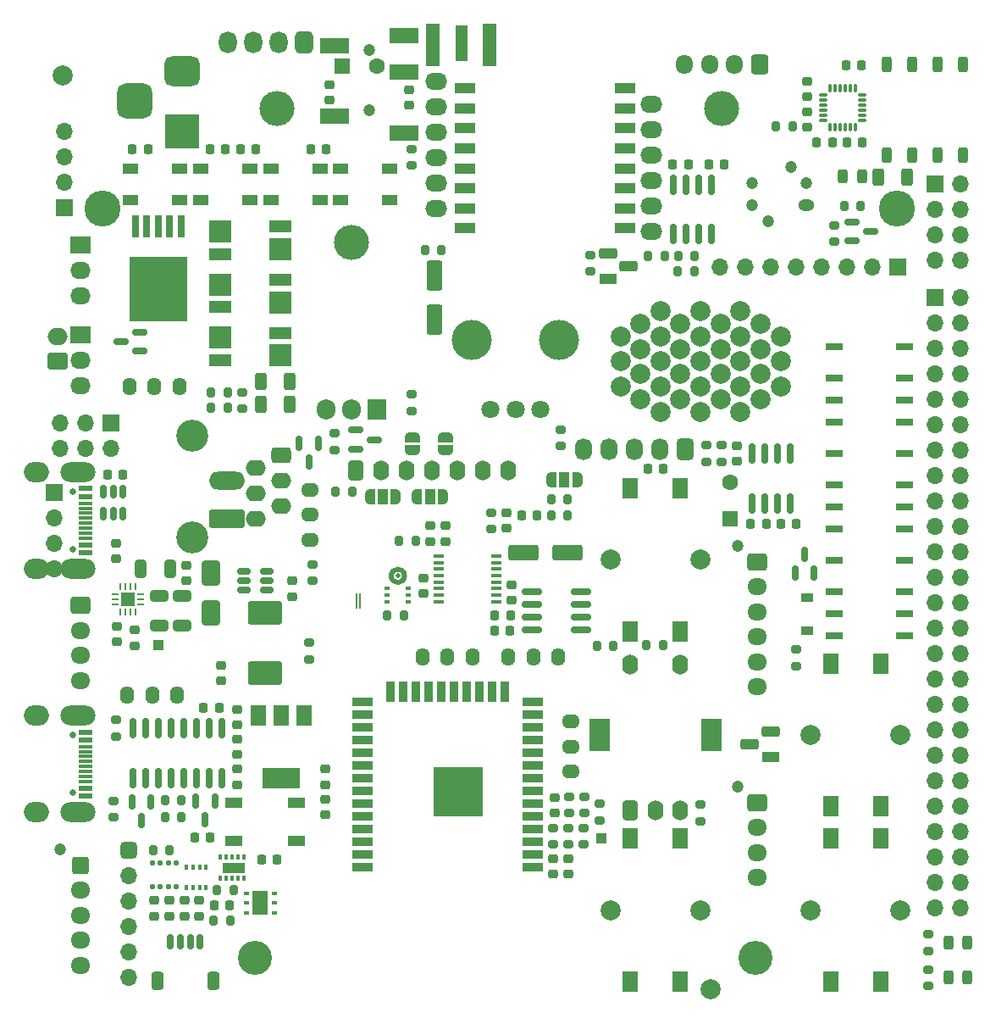
<source format=gbr>
%TF.GenerationSoftware,KiCad,Pcbnew,(6.0.1)*%
%TF.CreationDate,2022-03-13T10:13:47+01:00*%
%TF.ProjectId,pcbV10,70636256-3130-42e6-9b69-6361645f7063,rev?*%
%TF.SameCoordinates,Original*%
%TF.FileFunction,Soldermask,Top*%
%TF.FilePolarity,Negative*%
%FSLAX46Y46*%
G04 Gerber Fmt 4.6, Leading zero omitted, Abs format (unit mm)*
G04 Created by KiCad (PCBNEW (6.0.1)) date 2022-03-13 10:13:47*
%MOMM*%
%LPD*%
G01*
G04 APERTURE LIST*
G04 Aperture macros list*
%AMRoundRect*
0 Rectangle with rounded corners*
0 $1 Rounding radius*
0 $2 $3 $4 $5 $6 $7 $8 $9 X,Y pos of 4 corners*
0 Add a 4 corners polygon primitive as box body*
4,1,4,$2,$3,$4,$5,$6,$7,$8,$9,$2,$3,0*
0 Add four circle primitives for the rounded corners*
1,1,$1+$1,$2,$3*
1,1,$1+$1,$4,$5*
1,1,$1+$1,$6,$7*
1,1,$1+$1,$8,$9*
0 Add four rect primitives between the rounded corners*
20,1,$1+$1,$2,$3,$4,$5,0*
20,1,$1+$1,$4,$5,$6,$7,0*
20,1,$1+$1,$6,$7,$8,$9,0*
20,1,$1+$1,$8,$9,$2,$3,0*%
%AMFreePoly0*
4,1,22,0.550000,-0.750000,0.000000,-0.750000,0.000000,-0.745033,-0.079941,-0.743568,-0.215256,-0.701293,-0.333266,-0.622738,-0.424486,-0.514219,-0.481581,-0.384460,-0.499164,-0.250000,-0.500000,-0.250000,-0.500000,0.250000,-0.499164,0.250000,-0.499963,0.256109,-0.478152,0.396186,-0.417904,0.524511,-0.324060,0.630769,-0.204165,0.706417,-0.067858,0.745374,0.000000,0.744959,0.000000,0.750000,
0.550000,0.750000,0.550000,-0.750000,0.550000,-0.750000,$1*%
%AMFreePoly1*
4,1,20,0.000000,0.744959,0.073905,0.744508,0.209726,0.703889,0.328688,0.626782,0.421226,0.519385,0.479903,0.390333,0.500000,0.250000,0.500000,-0.250000,0.499851,-0.262216,0.476331,-0.402017,0.414519,-0.529596,0.319384,-0.634700,0.198574,-0.708877,0.061801,-0.746166,0.000000,-0.745033,0.000000,-0.750000,-0.550000,-0.750000,-0.550000,0.750000,0.000000,0.750000,0.000000,0.744959,
0.000000,0.744959,$1*%
%AMFreePoly2*
4,1,22,0.500000,-0.750000,0.000000,-0.750000,0.000000,-0.745033,-0.079941,-0.743568,-0.215256,-0.701293,-0.333266,-0.622738,-0.424486,-0.514219,-0.481581,-0.384460,-0.499164,-0.250000,-0.500000,-0.250000,-0.500000,0.250000,-0.499164,0.250000,-0.499963,0.256109,-0.478152,0.396186,-0.417904,0.524511,-0.324060,0.630769,-0.204165,0.706417,-0.067858,0.745374,0.000000,0.744959,0.000000,0.750000,
0.500000,0.750000,0.500000,-0.750000,0.500000,-0.750000,$1*%
%AMFreePoly3*
4,1,20,0.000000,0.744959,0.073905,0.744508,0.209726,0.703889,0.328688,0.626782,0.421226,0.519385,0.479903,0.390333,0.500000,0.250000,0.500000,-0.250000,0.499851,-0.262216,0.476331,-0.402017,0.414519,-0.529596,0.319384,-0.634700,0.198574,-0.708877,0.061801,-0.746166,0.000000,-0.745033,0.000000,-0.750000,-0.500000,-0.750000,-0.500000,0.750000,0.000000,0.750000,0.000000,0.744959,
0.000000,0.744959,$1*%
G04 Aperture macros list end*
%ADD10C,0.500000*%
%ADD11RoundRect,0.225000X0.250000X-0.225000X0.250000X0.225000X-0.250000X0.225000X-0.250000X-0.225000X0*%
%ADD12RoundRect,0.225000X-0.250000X0.225000X-0.250000X-0.225000X0.250000X-0.225000X0.250000X0.225000X0*%
%ADD13RoundRect,0.225000X-0.225000X-0.250000X0.225000X-0.250000X0.225000X0.250000X-0.225000X0.250000X0*%
%ADD14RoundRect,0.225000X0.225000X0.250000X-0.225000X0.250000X-0.225000X-0.250000X0.225000X-0.250000X0*%
%ADD15R,1.600000X1.600000*%
%ADD16C,1.600000*%
%ADD17R,1.500000X1.000000*%
%ADD18R,1.200000X0.900000*%
%ADD19RoundRect,0.243750X0.243750X0.456250X-0.243750X0.456250X-0.243750X-0.456250X0.243750X-0.456250X0*%
%ADD20O,2.200000X1.700000*%
%ADD21C,1.200000*%
%ADD22RoundRect,0.250000X-0.600000X0.600000X-0.600000X-0.600000X0.600000X-0.600000X0.600000X0.600000X0*%
%ADD23O,1.950000X1.700000*%
%ADD24C,0.650000*%
%ADD25R,1.450000X0.600000*%
%ADD26R,1.450000X0.300000*%
%ADD27O,2.500000X2.000000*%
%ADD28O,3.500000X2.000000*%
%ADD29R,1.700000X1.700000*%
%ADD30O,1.700000X1.700000*%
%ADD31R,2.030000X1.730000*%
%ADD32O,2.030000X1.730000*%
%ADD33R,1.270000X3.600000*%
%ADD34R,1.350000X4.200000*%
%ADD35FreePoly0,180.000000*%
%ADD36R,1.000000X1.500000*%
%ADD37FreePoly1,180.000000*%
%ADD38FreePoly2,90.000000*%
%ADD39FreePoly3,90.000000*%
%ADD40R,1.800000X0.800000*%
%ADD41RoundRect,0.150000X-0.150000X0.587500X-0.150000X-0.587500X0.150000X-0.587500X0.150000X0.587500X0*%
%ADD42RoundRect,0.150000X0.150000X-0.587500X0.150000X0.587500X-0.150000X0.587500X-0.150000X-0.587500X0*%
%ADD43RoundRect,0.150000X-0.587500X-0.150000X0.587500X-0.150000X0.587500X0.150000X-0.587500X0.150000X0*%
%ADD44RoundRect,0.150000X0.587500X0.150000X-0.587500X0.150000X-0.587500X-0.150000X0.587500X-0.150000X0*%
%ADD45RoundRect,0.200000X-0.275000X0.200000X-0.275000X-0.200000X0.275000X-0.200000X0.275000X0.200000X0*%
%ADD46RoundRect,0.200000X0.275000X-0.200000X0.275000X0.200000X-0.275000X0.200000X-0.275000X-0.200000X0*%
%ADD47RoundRect,0.200000X0.200000X0.275000X-0.200000X0.275000X-0.200000X-0.275000X0.200000X-0.275000X0*%
%ADD48RoundRect,0.200000X-0.200000X-0.275000X0.200000X-0.275000X0.200000X0.275000X-0.200000X0.275000X0*%
%ADD49RoundRect,0.250000X-0.312500X-0.625000X0.312500X-0.625000X0.312500X0.625000X-0.312500X0.625000X0*%
%ADD50C,4.000000*%
%ADD51C,1.800000*%
%ADD52C,2.000000*%
%ADD53R,1.500000X2.000000*%
%ADD54R,3.800000X2.000000*%
%ADD55R,2.000000X0.900000*%
%ADD56R,0.900000X2.000000*%
%ADD57R,5.000000X5.000000*%
%ADD58R,2.000000X1.000000*%
%ADD59C,3.200000*%
%ADD60RoundRect,0.400000X0.600000X-0.400000X0.600000X0.400000X-0.600000X0.400000X-0.600000X-0.400000X0*%
%ADD61O,2.000000X1.600000*%
%ADD62RoundRect,0.150000X-0.150000X0.825000X-0.150000X-0.825000X0.150000X-0.825000X0.150000X0.825000X0*%
%ADD63RoundRect,0.250000X0.550000X-0.550000X0.550000X0.550000X-0.550000X0.550000X-0.550000X-0.550000X0*%
%ADD64RoundRect,0.250000X-0.725000X0.600000X-0.725000X-0.600000X0.725000X-0.600000X0.725000X0.600000X0*%
%ADD65C,3.400000*%
%ADD66RoundRect,0.450000X-0.450000X0.650000X-0.450000X-0.650000X0.450000X-0.650000X0.450000X0.650000X0*%
%ADD67O,1.800000X2.200000*%
%ADD68RoundRect,0.400000X0.400000X-0.600000X0.400000X0.600000X-0.400000X0.600000X-0.400000X-0.600000X0*%
%ADD69O,1.600000X2.000000*%
%ADD70R,2.000000X3.200000*%
%ADD71RoundRect,0.150000X0.825000X0.150000X-0.825000X0.150000X-0.825000X-0.150000X0.825000X-0.150000X0*%
%ADD72RoundRect,0.400000X-0.400000X-0.600000X0.400000X-0.600000X0.400000X0.600000X-0.400000X0.600000X0*%
%ADD73O,1.800000X1.400000*%
%ADD74RoundRect,0.250000X0.312500X0.625000X-0.312500X0.625000X-0.312500X-0.625000X0.312500X-0.625000X0*%
%ADD75R,2.200000X2.200000*%
%ADD76R,2.200000X1.250000*%
%ADD77O,1.400000X1.800000*%
%ADD78RoundRect,0.250000X-0.650000X0.325000X-0.650000X-0.325000X0.650000X-0.325000X0.650000X0.325000X0*%
%ADD79RoundRect,0.250000X0.650000X-0.325000X0.650000X0.325000X-0.650000X0.325000X-0.650000X-0.325000X0*%
%ADD80RoundRect,0.235000X1.465000X-0.940000X1.465000X0.940000X-1.465000X0.940000X-1.465000X-0.940000X0*%
%ADD81R,3.500000X3.500000*%
%ADD82RoundRect,0.750000X-1.000000X0.750000X-1.000000X-0.750000X1.000000X-0.750000X1.000000X0.750000X0*%
%ADD83RoundRect,0.875000X-0.875000X0.875000X-0.875000X-0.875000X0.875000X-0.875000X0.875000X0.875000X0*%
%ADD84R,0.800000X2.200000*%
%ADD85R,5.800000X6.400000*%
%ADD86R,1.700000X1.000000*%
%ADD87RoundRect,0.425000X-0.425000X-0.425000X0.425000X-0.425000X0.425000X0.425000X-0.425000X0.425000X0*%
%ADD88R,1.800000X1.100000*%
%ADD89RoundRect,0.275000X0.625000X-0.275000X0.625000X0.275000X-0.625000X0.275000X-0.625000X-0.275000X0*%
%ADD90RoundRect,0.125000X-0.125000X-0.137500X0.125000X-0.137500X0.125000X0.137500X-0.125000X0.137500X0*%
%ADD91R,0.350000X0.500000*%
%ADD92R,0.400000X0.600000*%
%ADD93R,2.200000X1.100000*%
%ADD94RoundRect,0.425000X-0.425000X0.675000X-0.425000X-0.675000X0.425000X-0.675000X0.425000X0.675000X0*%
%ADD95O,1.700000X2.200000*%
%ADD96O,1.600000X1.200000*%
%ADD97RoundRect,0.150000X-0.150000X-0.625000X0.150000X-0.625000X0.150000X0.625000X-0.150000X0.625000X0*%
%ADD98RoundRect,0.250000X-0.350000X-0.650000X0.350000X-0.650000X0.350000X0.650000X-0.350000X0.650000X0*%
%ADD99RoundRect,0.250000X-0.250000X0.550000X-0.250000X-0.550000X0.250000X-0.550000X0.250000X0.550000X0*%
%ADD100R,3.000000X1.500000*%
%ADD101R,1.000000X1.000000*%
%ADD102RoundRect,0.250000X-1.250000X-0.550000X1.250000X-0.550000X1.250000X0.550000X-1.250000X0.550000X0*%
%ADD103RoundRect,0.062500X0.062500X0.687500X-0.062500X0.687500X-0.062500X-0.687500X0.062500X-0.687500X0*%
%ADD104RoundRect,0.250000X0.600000X0.725000X-0.600000X0.725000X-0.600000X-0.725000X0.600000X-0.725000X0*%
%ADD105O,1.700000X1.950000*%
%ADD106RoundRect,0.150000X0.512500X0.150000X-0.512500X0.150000X-0.512500X-0.150000X0.512500X-0.150000X0*%
%ADD107RoundRect,0.075000X-0.075000X0.350000X-0.075000X-0.350000X0.075000X-0.350000X0.075000X0.350000X0*%
%ADD108RoundRect,0.075000X-0.350000X-0.075000X0.350000X-0.075000X0.350000X0.075000X-0.350000X0.075000X0*%
%ADD109RoundRect,0.270000X0.630000X-0.980000X0.630000X0.980000X-0.630000X0.980000X-0.630000X-0.980000X0*%
%ADD110RoundRect,0.250000X0.550000X-1.250000X0.550000X1.250000X-0.550000X1.250000X-0.550000X-1.250000X0*%
%ADD111RoundRect,0.150000X0.150000X-0.825000X0.150000X0.825000X-0.150000X0.825000X-0.150000X-0.825000X0*%
%ADD112RoundRect,0.062500X-0.275000X-0.062500X0.275000X-0.062500X0.275000X0.062500X-0.275000X0.062500X0*%
%ADD113RoundRect,0.062500X-0.062500X-0.275000X0.062500X-0.275000X0.062500X0.275000X-0.062500X0.275000X0*%
%ADD114R,1.450000X1.450000*%
%ADD115O,3.500000X3.500000*%
%ADD116R,1.905000X2.000000*%
%ADD117O,1.905000X2.000000*%
%ADD118RoundRect,0.250000X1.550000X-0.650000X1.550000X0.650000X-1.550000X0.650000X-1.550000X-0.650000X0*%
%ADD119O,3.600000X1.800000*%
%ADD120RoundRect,0.150000X-0.150000X0.512500X-0.150000X-0.512500X0.150000X-0.512500X0.150000X0.512500X0*%
%ADD121C,0.500000*%
%ADD122R,0.600000X0.400000*%
%ADD123R,1.500000X2.400000*%
%ADD124R,1.000000X0.400000*%
%ADD125RoundRect,0.250000X0.325000X0.650000X-0.325000X0.650000X-0.325000X-0.650000X0.325000X-0.650000X0*%
%ADD126C,3.600000*%
%ADD127RoundRect,0.250000X0.750000X-0.600000X0.750000X0.600000X-0.750000X0.600000X-0.750000X-0.600000X0*%
%ADD128O,2.000000X1.700000*%
G04 APERTURE END LIST*
D10*
%TO.C,U3*%
X89420000Y-105100000D02*
G75*
G03*
X89420000Y-105100000I-670000J0D01*
G01*
%TD*%
D11*
%TO.C,C1*%
X72700000Y-119975000D03*
X72700000Y-118425000D03*
%TD*%
D12*
%TO.C,C3*%
X72700000Y-121425000D03*
X72700000Y-122975000D03*
%TD*%
D11*
%TO.C,C4*%
X104300000Y-134875000D03*
X104300000Y-133325000D03*
%TD*%
D13*
%TO.C,C5*%
X68425000Y-131200000D03*
X69975000Y-131200000D03*
%TD*%
D12*
%TO.C,C8*%
X81500000Y-124425000D03*
X81500000Y-125975000D03*
%TD*%
%TO.C,C9*%
X81500000Y-127425000D03*
X81500000Y-128975000D03*
%TD*%
D13*
%TO.C,C10*%
X69325000Y-118300000D03*
X70875000Y-118300000D03*
%TD*%
%TO.C,C14*%
X73012000Y-62484000D03*
X74562000Y-62484000D03*
%TD*%
D14*
%TO.C,C16*%
X71514000Y-62484000D03*
X69964000Y-62484000D03*
%TD*%
%TO.C,C18*%
X63767000Y-62484000D03*
X62217000Y-62484000D03*
%TD*%
D15*
%TO.C,C27*%
X83194849Y-54200000D03*
D16*
X86694849Y-54200000D03*
%TD*%
D17*
%TO.C,D1*%
X83050000Y-64400000D03*
X83050000Y-67600000D03*
X87950000Y-67600000D03*
X87950000Y-64400000D03*
%TD*%
%TO.C,D2*%
X76050000Y-64400000D03*
X76050000Y-67600000D03*
X80950000Y-67600000D03*
X80950000Y-64400000D03*
%TD*%
D18*
%TO.C,D5*%
X129700000Y-110550000D03*
X129700000Y-107250000D03*
%TD*%
D19*
%TO.C,D6*%
X135137500Y-65200000D03*
X133262500Y-65200000D03*
%TD*%
%TO.C,D7*%
X145687500Y-145250000D03*
X143812500Y-145250000D03*
%TD*%
%TO.C,D8*%
X145687500Y-141750000D03*
X143812500Y-141750000D03*
%TD*%
D20*
%TO.C,GSM_Module1*%
X92583000Y-55700000D03*
X92583000Y-58240000D03*
X92583000Y-60780000D03*
X92583000Y-63320000D03*
X92583000Y-65860000D03*
X92583000Y-68400000D03*
X114083000Y-58000000D03*
X114083000Y-60540000D03*
X114083000Y-63080000D03*
X114083000Y-65620000D03*
X114083000Y-68160000D03*
X114083000Y-70700000D03*
%TD*%
D21*
%TO.C,J3*%
X55000000Y-132400000D03*
D22*
X57000000Y-134000000D03*
D23*
X57000000Y-136500000D03*
X57000000Y-139000000D03*
X57000000Y-141500000D03*
X57000000Y-144000000D03*
%TD*%
D24*
%TO.C,J8*%
X56300000Y-102490000D03*
X56300000Y-96710000D03*
D25*
X57550000Y-96400000D03*
X57500000Y-97200000D03*
D26*
X57500000Y-98350000D03*
X57500000Y-99350000D03*
X57500000Y-99850000D03*
X57500000Y-100850000D03*
D25*
X57500000Y-102000000D03*
X57550000Y-102800000D03*
X57550000Y-102800000D03*
X57500000Y-102000000D03*
D26*
X57500000Y-101350000D03*
X57500000Y-100350000D03*
X57500000Y-98850000D03*
X57500000Y-97850000D03*
D25*
X57500000Y-97200000D03*
X57550000Y-96400000D03*
D27*
X52600000Y-104420000D03*
X52600000Y-94780000D03*
D28*
X56780000Y-94780000D03*
X56780000Y-104420000D03*
%TD*%
D29*
%TO.C,J9*%
X55372000Y-68326000D03*
D30*
X55372000Y-65786000D03*
X55372000Y-63246000D03*
X55372000Y-60706000D03*
%TD*%
D31*
%TO.C,J11*%
X57000000Y-81060000D03*
D32*
X57000000Y-83600000D03*
X57000000Y-86140000D03*
%TD*%
D29*
%TO.C,J12*%
X142460000Y-77290000D03*
D30*
X145000000Y-77290000D03*
X142460000Y-79830000D03*
X145000000Y-79830000D03*
X142460000Y-82370000D03*
X145000000Y-82370000D03*
X142460000Y-84910000D03*
X145000000Y-84910000D03*
X142460000Y-87450000D03*
X145000000Y-87450000D03*
X142460000Y-89990000D03*
X145000000Y-89990000D03*
X142460000Y-92530000D03*
X145000000Y-92530000D03*
X142460000Y-95070000D03*
X145000000Y-95070000D03*
X142460000Y-97610000D03*
X145000000Y-97610000D03*
X142460000Y-100150000D03*
X145000000Y-100150000D03*
X142460000Y-102690000D03*
X145000000Y-102690000D03*
X142460000Y-105230000D03*
X145000000Y-105230000D03*
X142460000Y-107770000D03*
X145000000Y-107770000D03*
X142460000Y-110310000D03*
X145000000Y-110310000D03*
X142460000Y-112850000D03*
X145000000Y-112850000D03*
X142460000Y-115390000D03*
X145000000Y-115390000D03*
X142460000Y-117930000D03*
X145000000Y-117930000D03*
X142460000Y-120470000D03*
X145000000Y-120470000D03*
X142460000Y-123010000D03*
X145000000Y-123010000D03*
X142460000Y-125550000D03*
X145000000Y-125550000D03*
X142460000Y-128090000D03*
X145000000Y-128090000D03*
X142460000Y-130630000D03*
X145000000Y-130630000D03*
X142460000Y-133170000D03*
X145000000Y-133170000D03*
X142460000Y-135710000D03*
X145000000Y-135710000D03*
X142460000Y-138250000D03*
X145000000Y-138250000D03*
%TD*%
D33*
%TO.C,J14*%
X95100000Y-51900000D03*
D34*
X92275000Y-52100000D03*
X97925000Y-52100000D03*
%TD*%
D35*
%TO.C,JP3*%
X88549000Y-97200000D03*
D36*
X87249000Y-97200000D03*
D37*
X85949000Y-97200000D03*
%TD*%
D35*
%TO.C,JP4*%
X93248000Y-97200000D03*
D36*
X91948000Y-97200000D03*
D37*
X90648000Y-97200000D03*
%TD*%
D38*
%TO.C,JP6*%
X93500000Y-92550000D03*
D39*
X93500000Y-91250000D03*
%TD*%
D38*
%TO.C,JP7*%
X90200000Y-92550000D03*
D39*
X90200000Y-91250000D03*
%TD*%
D40*
%TO.C,K1*%
X132390000Y-82179000D03*
X132390000Y-85379000D03*
X132390000Y-87579000D03*
X132390000Y-89779000D03*
X139390000Y-89779000D03*
X139390000Y-87579000D03*
X139390000Y-85379000D03*
X139390000Y-82179000D03*
%TD*%
%TO.C,K2*%
X132390000Y-92847000D03*
X132390000Y-96047000D03*
X132390000Y-98247000D03*
X132390000Y-100447000D03*
X139390000Y-100447000D03*
X139390000Y-98247000D03*
X139390000Y-96047000D03*
X139390000Y-92847000D03*
%TD*%
%TO.C,K3*%
X132390000Y-103515000D03*
X132390000Y-106715000D03*
X132390000Y-108915000D03*
X132390000Y-111115000D03*
X139390000Y-111115000D03*
X139390000Y-108915000D03*
X139390000Y-106715000D03*
X139390000Y-103515000D03*
%TD*%
D41*
%TO.C,Q2*%
X64050000Y-127662500D03*
X62150000Y-127662500D03*
X63100000Y-129537500D03*
%TD*%
D42*
%TO.C,Q4*%
X128450000Y-104800000D03*
X130350000Y-104800000D03*
X129400000Y-102925000D03*
%TD*%
D43*
%TO.C,Q5*%
X134162500Y-69750000D03*
X134162500Y-71650000D03*
X136037500Y-70700000D03*
%TD*%
D44*
%TO.C,Q9*%
X62987500Y-82650000D03*
X62987500Y-80750000D03*
X61112500Y-81700000D03*
%TD*%
D45*
%TO.C,R1*%
X104300000Y-130275000D03*
X104300000Y-131925000D03*
%TD*%
%TO.C,R2*%
X60600000Y-119475000D03*
X60600000Y-121125000D03*
%TD*%
D46*
%TO.C,R3*%
X60325000Y-129225000D03*
X60325000Y-127575000D03*
%TD*%
%TO.C,R4*%
X108000000Y-74725000D03*
X108000000Y-73075000D03*
%TD*%
D47*
%TO.C,R6*%
X67125000Y-129200000D03*
X65475000Y-129200000D03*
%TD*%
D48*
%TO.C,R7*%
X65475000Y-127500000D03*
X67125000Y-127500000D03*
%TD*%
D47*
%TO.C,R15*%
X135025000Y-68200000D03*
X133375000Y-68200000D03*
%TD*%
D46*
%TO.C,R16*%
X132400000Y-71725000D03*
X132400000Y-70075000D03*
%TD*%
D45*
%TO.C,R17*%
X107300000Y-130275000D03*
X107300000Y-131925000D03*
%TD*%
D49*
%TO.C,R19*%
X136737500Y-65300000D03*
X139662500Y-65300000D03*
%TD*%
D46*
%TO.C,R20*%
X105800000Y-131925000D03*
X105800000Y-130275000D03*
%TD*%
D45*
%TO.C,R21*%
X105900000Y-127175000D03*
X105900000Y-128825000D03*
%TD*%
D48*
%TO.C,R22*%
X113602000Y-112014000D03*
X115252000Y-112014000D03*
%TD*%
%TO.C,R23*%
X108649000Y-112100000D03*
X110299000Y-112100000D03*
%TD*%
D46*
%TO.C,R24*%
X141750000Y-146075000D03*
X141750000Y-144425000D03*
%TD*%
%TO.C,R25*%
X141750000Y-142575000D03*
X141750000Y-140925000D03*
%TD*%
D50*
%TO.C,RV1*%
X96100000Y-81500000D03*
X104900000Y-81500000D03*
D51*
X103000000Y-88500000D03*
X100500000Y-88500000D03*
X98000000Y-88500000D03*
%TD*%
D52*
%TO.C,SW1*%
X139000000Y-121000000D03*
X130000000Y-121000000D03*
D53*
X132000000Y-128150000D03*
X132000000Y-113850000D03*
X137000000Y-128150000D03*
X137000000Y-113850000D03*
%TD*%
D52*
%TO.C,SW5*%
X139000000Y-138500000D03*
X130000000Y-138500000D03*
D53*
X132000000Y-131350000D03*
X132000000Y-145650000D03*
X137000000Y-145650000D03*
X137000000Y-131350000D03*
%TD*%
%TO.C,U1*%
X79400000Y-119050000D03*
D54*
X77100000Y-125350000D03*
D53*
X77100000Y-119050000D03*
X74800000Y-119050000D03*
%TD*%
D55*
%TO.C,U2*%
X102250000Y-134195200D03*
X102250000Y-132925200D03*
X102250000Y-131655200D03*
X102250000Y-130385200D03*
X102250000Y-129115200D03*
X102250000Y-127845200D03*
X102250000Y-126575200D03*
X102250000Y-125305200D03*
X102250000Y-124035200D03*
X102250000Y-122765200D03*
X102250000Y-121495200D03*
X102250000Y-120225200D03*
X102250000Y-118955200D03*
X102250000Y-117685200D03*
D56*
X99465000Y-116685200D03*
X98195000Y-116685200D03*
X96925000Y-116685200D03*
X95655000Y-116685200D03*
X94385000Y-116685200D03*
X93115000Y-116685200D03*
X91845000Y-116685200D03*
X90575000Y-116685200D03*
X89305000Y-116685200D03*
X88035000Y-116685200D03*
D55*
X85250000Y-117685200D03*
X85250000Y-118955200D03*
X85250000Y-120225200D03*
X85250000Y-121495200D03*
X85250000Y-122765200D03*
X85250000Y-124035200D03*
X85250000Y-125305200D03*
X85250000Y-126575200D03*
X85250000Y-127845200D03*
X85250000Y-129115200D03*
X85250000Y-130385200D03*
X85250000Y-131655200D03*
X85250000Y-132925200D03*
X85250000Y-134195200D03*
D57*
X94750000Y-126695200D03*
%TD*%
D58*
%TO.C,U17*%
X111500000Y-70400000D03*
X111500000Y-68400000D03*
X111500000Y-66400000D03*
X111500000Y-64400000D03*
X111500000Y-62400000D03*
X111500000Y-60400000D03*
X111500000Y-58400000D03*
X111500000Y-56400000D03*
X95500000Y-56400000D03*
X95500000Y-58400000D03*
X95500000Y-60400000D03*
X95500000Y-62400000D03*
X95500000Y-64400000D03*
X95500000Y-66400000D03*
X95500000Y-68400000D03*
X95500000Y-70400000D03*
%TD*%
D29*
%TO.C,J2*%
X60080000Y-89825000D03*
D30*
X60080000Y-92365000D03*
X57540000Y-89825000D03*
X57540000Y-92365000D03*
X55000000Y-89825000D03*
X55000000Y-92365000D03*
%TD*%
D47*
%TO.C,R12*%
X84175000Y-96700000D03*
X82525000Y-96700000D03*
%TD*%
D41*
%TO.C,Q1*%
X70450000Y-127562500D03*
X68550000Y-127562500D03*
X69500000Y-129437500D03*
%TD*%
D17*
%TO.C,D3*%
X69050000Y-64400000D03*
X69050000Y-67600000D03*
X73950000Y-67600000D03*
X73950000Y-64400000D03*
%TD*%
D13*
%TO.C,C7*%
X80025000Y-62484000D03*
X81575000Y-62484000D03*
%TD*%
D41*
%TO.C,D4*%
X80800000Y-91862500D03*
X78900000Y-91862500D03*
X79850000Y-93737500D03*
%TD*%
D59*
%TO.C,J7*%
X68210000Y-91120000D03*
X68210000Y-101280000D03*
D60*
X77100000Y-93025000D03*
D61*
X74560000Y-94295000D03*
X77100000Y-95565000D03*
X74560000Y-96835000D03*
X77100000Y-98105000D03*
X74560000Y-99375000D03*
%TD*%
D62*
%TO.C,U18*%
X128005000Y-92902000D03*
X126735000Y-92902000D03*
X125465000Y-92902000D03*
X124195000Y-92902000D03*
X124195000Y-97852000D03*
X125465000Y-97852000D03*
X126735000Y-97852000D03*
X128005000Y-97852000D03*
%TD*%
D14*
%TO.C,C25*%
X125575000Y-99949000D03*
X124025000Y-99949000D03*
%TD*%
D46*
%TO.C,R39*%
X121100000Y-93725000D03*
X121100000Y-92075000D03*
%TD*%
D45*
%TO.C,R38*%
X119600000Y-92075000D03*
X119600000Y-93725000D03*
%TD*%
D11*
%TO.C,C23*%
X122600000Y-93675000D03*
X122600000Y-92125000D03*
%TD*%
D13*
%TO.C,C26*%
X127025000Y-99949000D03*
X128575000Y-99949000D03*
%TD*%
D63*
%TO.C,J13*%
X122000000Y-99400000D03*
D16*
X122000000Y-95800000D03*
%TD*%
D12*
%TO.C,C2*%
X105800000Y-133325000D03*
X105800000Y-134875000D03*
%TD*%
D14*
%TO.C,C24*%
X115275000Y-94400000D03*
X113725000Y-94400000D03*
%TD*%
D46*
%TO.C,R37*%
X108900000Y-129525000D03*
X108900000Y-127875000D03*
%TD*%
D21*
%TO.C,J4*%
X122700000Y-126150000D03*
D64*
X124700000Y-127750000D03*
D23*
X124700000Y-130250000D03*
X124700000Y-132750000D03*
X124700000Y-135250000D03*
%TD*%
D52*
%TO.C,SW3*%
X119000000Y-138500000D03*
X110000000Y-138500000D03*
D53*
X112000000Y-145650000D03*
X112000000Y-131350000D03*
X117000000Y-145650000D03*
X117000000Y-131350000D03*
%TD*%
D65*
%TO.C,X1*%
X124500000Y-143250000D03*
X74500000Y-143250000D03*
%TD*%
D13*
%TO.C,C12*%
X98425000Y-110600000D03*
X99975000Y-110600000D03*
%TD*%
D46*
%TO.C,R11*%
X73200000Y-88425000D03*
X73200000Y-86775000D03*
%TD*%
D12*
%TO.C,C6*%
X72700000Y-124425000D03*
X72700000Y-125975000D03*
%TD*%
D66*
%TO.C,U16*%
X79410000Y-51800000D03*
D67*
X76870000Y-51800000D03*
X74330000Y-51800000D03*
X71790000Y-51800000D03*
%TD*%
D21*
%TO.C,J5*%
X122700000Y-102100000D03*
D64*
X124700000Y-103700000D03*
D23*
X124700000Y-106200000D03*
X124700000Y-108700000D03*
X124700000Y-111200000D03*
X124700000Y-113700000D03*
X124700000Y-116200000D03*
%TD*%
D52*
%TO.C,SW4*%
X119000000Y-103500000D03*
X110000000Y-103500000D03*
D53*
X117000000Y-110650000D03*
X117000000Y-96350000D03*
X112000000Y-110650000D03*
X112000000Y-96350000D03*
%TD*%
D68*
%TO.C,SW2*%
X112000000Y-128500000D03*
D69*
X117000000Y-128500000D03*
X114500000Y-128500000D03*
D70*
X108900000Y-121000000D03*
X120100000Y-121000000D03*
D69*
X117000000Y-114000000D03*
X112000000Y-114000000D03*
%TD*%
D31*
%TO.C,J10*%
X57000000Y-72060000D03*
D32*
X57000000Y-74600000D03*
X57000000Y-77140000D03*
%TD*%
D11*
%TO.C,C19*%
X62400000Y-112075000D03*
X62400000Y-110525000D03*
%TD*%
D47*
%TO.C,R8*%
X71975000Y-139500000D03*
X70325000Y-139500000D03*
%TD*%
%TO.C,R5*%
X65925000Y-132500000D03*
X64275000Y-132500000D03*
%TD*%
D71*
%TO.C,U6*%
X107075000Y-110505000D03*
X107075000Y-109235000D03*
X107075000Y-107965000D03*
X107075000Y-106695000D03*
X102125000Y-106695000D03*
X102125000Y-107965000D03*
X102125000Y-109235000D03*
X102125000Y-110505000D03*
%TD*%
D17*
%TO.C,D15*%
X62050000Y-64400000D03*
X62050000Y-67600000D03*
X66950000Y-67600000D03*
X66950000Y-64400000D03*
%TD*%
D45*
%TO.C,R14*%
X128600000Y-112475000D03*
X128600000Y-114125000D03*
%TD*%
D72*
%TO.C,U14*%
X84580000Y-94600000D03*
D69*
X87120000Y-94600000D03*
X89660000Y-94600000D03*
X92200000Y-94600000D03*
X94740000Y-94600000D03*
X97280000Y-94600000D03*
X99820000Y-94600000D03*
%TD*%
D46*
%TO.C,R30*%
X105000000Y-92125000D03*
X105000000Y-90475000D03*
%TD*%
D73*
%TO.C,SW6*%
X80000000Y-101500000D03*
X80000000Y-99000000D03*
X80000000Y-96500000D03*
%TD*%
D45*
%TO.C,R26*%
X90100000Y-86975000D03*
X90100000Y-88625000D03*
%TD*%
D74*
%TO.C,R33*%
X77962500Y-85700000D03*
X75037500Y-85700000D03*
%TD*%
D75*
%TO.C,D13*%
X77000000Y-77800000D03*
D76*
X77000000Y-75525000D03*
%TD*%
D24*
%TO.C,J1*%
X56300000Y-121010000D03*
X56300000Y-126790000D03*
D25*
X57550000Y-120700000D03*
X57500000Y-121500000D03*
D26*
X57500000Y-122650000D03*
X57500000Y-123650000D03*
X57500000Y-124150000D03*
X57500000Y-125150000D03*
D25*
X57500000Y-126300000D03*
X57550000Y-127100000D03*
X57550000Y-127100000D03*
X57500000Y-126300000D03*
D26*
X57500000Y-125650000D03*
X57500000Y-124650000D03*
X57500000Y-123150000D03*
X57500000Y-122150000D03*
D25*
X57500000Y-121500000D03*
X57550000Y-120700000D03*
D27*
X52600000Y-119080000D03*
D28*
X56780000Y-119080000D03*
X56780000Y-128720000D03*
D27*
X52600000Y-128720000D03*
%TD*%
D77*
%TO.C,SW7*%
X104800000Y-113200000D03*
X102300000Y-113200000D03*
X99800000Y-113200000D03*
%TD*%
D73*
%TO.C,SW8*%
X106045000Y-124674000D03*
X106045000Y-122174000D03*
X106045000Y-119674000D03*
%TD*%
D52*
%TO.C,FID1*%
X55245000Y-55118000D03*
%TD*%
%TO.C,FID2*%
X120015000Y-146431000D03*
%TD*%
D12*
%TO.C,C20*%
X104400000Y-127225000D03*
X104400000Y-128775000D03*
%TD*%
D46*
%TO.C,R44*%
X119000000Y-129625000D03*
X119000000Y-127975000D03*
%TD*%
D77*
%TO.C,SW11*%
X66700000Y-117000000D03*
X64200000Y-117000000D03*
X61700000Y-117000000D03*
%TD*%
D47*
%TO.C,R35*%
X71725000Y-86800000D03*
X70075000Y-86800000D03*
%TD*%
D78*
%TO.C,C17*%
X64900000Y-107125000D03*
X64900000Y-110075000D03*
%TD*%
D79*
%TO.C,C22*%
X67200000Y-110075000D03*
X67200000Y-107125000D03*
%TD*%
D12*
%TO.C,C33*%
X67600000Y-104025000D03*
X67600000Y-105575000D03*
%TD*%
%TO.C,C35*%
X78200000Y-105625000D03*
X78200000Y-107175000D03*
%TD*%
D11*
%TO.C,C36*%
X71100000Y-115575000D03*
X71100000Y-114025000D03*
%TD*%
D80*
%TO.C,L2*%
X75500000Y-114825000D03*
X75500000Y-108775000D03*
%TD*%
D45*
%TO.C,R45*%
X80200000Y-103975000D03*
X80200000Y-105625000D03*
%TD*%
D46*
%TO.C,R46*%
X79900000Y-113425000D03*
X79900000Y-111775000D03*
%TD*%
D75*
%TO.C,D10*%
X71000000Y-70700000D03*
D76*
X71000000Y-72975000D03*
%TD*%
D75*
%TO.C,D14*%
X71000000Y-81300000D03*
D76*
X71000000Y-83575000D03*
%TD*%
D75*
%TO.C,D12*%
X71000000Y-76000000D03*
D76*
X71000000Y-78275000D03*
%TD*%
D75*
%TO.C,D11*%
X77000000Y-72500000D03*
D76*
X77000000Y-70225000D03*
%TD*%
D77*
%TO.C,SW9*%
X96200000Y-113200000D03*
X93700000Y-113200000D03*
X91200000Y-113200000D03*
%TD*%
%TO.C,SW10*%
X61900000Y-86200000D03*
X64400000Y-86200000D03*
X66900000Y-86200000D03*
%TD*%
D48*
%TO.C,R34*%
X70075000Y-88300000D03*
X71725000Y-88300000D03*
%TD*%
D45*
%TO.C,R13*%
X82400000Y-90875000D03*
X82400000Y-92525000D03*
%TD*%
D64*
%TO.C,J6*%
X57000000Y-108050000D03*
D23*
X57000000Y-110550000D03*
X57000000Y-113050000D03*
X57000000Y-115550000D03*
%TD*%
D81*
%TO.C,J18*%
X67183000Y-60706000D03*
D82*
X67183000Y-54706000D03*
D83*
X62483000Y-57706000D03*
%TD*%
D29*
%TO.C,J19*%
X142425000Y-66000000D03*
D30*
X144965000Y-66000000D03*
X142425000Y-68540000D03*
X144965000Y-68540000D03*
X142425000Y-71080000D03*
X144965000Y-71080000D03*
X142425000Y-73620000D03*
X144965000Y-73620000D03*
%TD*%
D84*
%TO.C,U21*%
X67080000Y-70200000D03*
X65940000Y-70200000D03*
D85*
X64800000Y-76500000D03*
D84*
X64800000Y-70200000D03*
X63660000Y-70200000D03*
X62520000Y-70200000D03*
%TD*%
D86*
%TO.C,SW12*%
X78650000Y-127800000D03*
X72350000Y-127800000D03*
X78650000Y-131600000D03*
X72350000Y-131600000D03*
%TD*%
D46*
%TO.C,R36*%
X107400000Y-128825000D03*
X107400000Y-127175000D03*
%TD*%
D11*
%TO.C,C15*%
X67400000Y-139075000D03*
X67400000Y-137525000D03*
%TD*%
%TO.C,C29*%
X68900000Y-139075000D03*
X68900000Y-137525000D03*
%TD*%
%TO.C,C30*%
X65900000Y-139075000D03*
X65900000Y-137525000D03*
%TD*%
D13*
%TO.C,C31*%
X133525000Y-54100000D03*
X135075000Y-54100000D03*
%TD*%
%TO.C,C38*%
X75125000Y-133450000D03*
X76675000Y-133450000D03*
%TD*%
D12*
%TO.C,C39*%
X91300000Y-105325000D03*
X91300000Y-106875000D03*
%TD*%
D87*
%TO.C,J16*%
X61825000Y-132475000D03*
D30*
X61825000Y-135015000D03*
X61825000Y-137555000D03*
X61825000Y-140095000D03*
X61825000Y-142635000D03*
X61825000Y-145175000D03*
%TD*%
D29*
%TO.C,J17*%
X138684000Y-74295000D03*
D30*
X136144000Y-74295000D03*
X133604000Y-74295000D03*
X131064000Y-74295000D03*
X128524000Y-74295000D03*
X125984000Y-74295000D03*
X123444000Y-74295000D03*
X120904000Y-74295000D03*
%TD*%
D48*
%TO.C,R28*%
X70675000Y-136500000D03*
X72325000Y-136500000D03*
%TD*%
%TO.C,R29*%
X87675000Y-109050000D03*
X89325000Y-109050000D03*
%TD*%
D62*
%TO.C,U4*%
X71120000Y-120334000D03*
X69850000Y-120334000D03*
X68580000Y-120334000D03*
X67310000Y-120334000D03*
X66040000Y-120334000D03*
X64770000Y-120334000D03*
X63500000Y-120334000D03*
X62230000Y-120334000D03*
X62230000Y-125284000D03*
X63500000Y-125284000D03*
X64770000Y-125284000D03*
X66040000Y-125284000D03*
X67310000Y-125284000D03*
X68580000Y-125284000D03*
X69850000Y-125284000D03*
X71120000Y-125284000D03*
%TD*%
D88*
%TO.C,U7*%
X126020000Y-123170000D03*
D89*
X123950000Y-121900000D03*
X126020000Y-120630000D03*
%TD*%
D90*
%TO.C,U12*%
X64200000Y-133812500D03*
X65000000Y-133812500D03*
X65800000Y-133812500D03*
X66600000Y-133812500D03*
X66600000Y-136187500D03*
X65800000Y-136187500D03*
X65000000Y-136187500D03*
X64200000Y-136187500D03*
%TD*%
D91*
%TO.C,U13*%
X67625000Y-134175000D03*
X68275000Y-134175000D03*
X68925000Y-134175000D03*
X69575000Y-134175000D03*
X69575000Y-136225000D03*
X68925000Y-136225000D03*
X68275000Y-136225000D03*
X67625000Y-136225000D03*
%TD*%
D92*
%TO.C,U15*%
X71000000Y-135300000D03*
X71600000Y-135300000D03*
X72200000Y-135300000D03*
X72800000Y-135300000D03*
X73400000Y-135300000D03*
X73400000Y-133200000D03*
X72800000Y-133200000D03*
X72200000Y-133200000D03*
X71600000Y-133200000D03*
X71000000Y-133200000D03*
D93*
X72350000Y-134250000D03*
%TD*%
D94*
%TO.C,U20*%
X117480000Y-92500000D03*
D95*
X114940000Y-92500000D03*
X112400000Y-92500000D03*
X109860000Y-92500000D03*
X107320000Y-92500000D03*
%TD*%
D96*
%TO.C,U22*%
X129600000Y-68120000D03*
D21*
X129600000Y-65880000D03*
X128020000Y-64300000D03*
X124200000Y-65880000D03*
X124200000Y-68120000D03*
X125780000Y-69700000D03*
%TD*%
D11*
%TO.C,C28*%
X64400000Y-139075000D03*
X64400000Y-137525000D03*
%TD*%
D97*
%TO.C,J21*%
X66000000Y-141650000D03*
X67000000Y-141650000D03*
X68000000Y-141650000D03*
X69000000Y-141650000D03*
D98*
X70300000Y-145525000D03*
X64700000Y-145525000D03*
%TD*%
D52*
%TO.C,SP1*%
X117000000Y-87450000D03*
X127000000Y-86200000D03*
X115000000Y-78700000D03*
X123000000Y-81200000D03*
X113000000Y-82450000D03*
X121000000Y-87450000D03*
X119000000Y-86200000D03*
X119000000Y-78700000D03*
X115000000Y-83700000D03*
X127000000Y-81200000D03*
X121000000Y-84950000D03*
X111000000Y-86200000D03*
X123000000Y-86200000D03*
X111000000Y-83700000D03*
X117000000Y-82450000D03*
X121000000Y-79950000D03*
X123000000Y-78700000D03*
X115000000Y-81200000D03*
X119000000Y-83700000D03*
X119000000Y-81200000D03*
X123000000Y-88700000D03*
X117000000Y-84950000D03*
X115000000Y-88700000D03*
X117000000Y-79950000D03*
X125000000Y-79950000D03*
X113000000Y-79950000D03*
X125000000Y-84950000D03*
X113000000Y-84950000D03*
X125000000Y-82450000D03*
X113000000Y-87450000D03*
X119000000Y-88700000D03*
X123000000Y-83700000D03*
X121000000Y-82450000D03*
X125000000Y-87450000D03*
X127000000Y-83700000D03*
X111000000Y-81200000D03*
X115000000Y-86200000D03*
%TD*%
D99*
%TO.C,X2*%
X145210000Y-54050000D03*
X142670000Y-54050000D03*
X140130000Y-54050000D03*
X137590000Y-54050000D03*
X137590000Y-63050000D03*
X140130000Y-63050000D03*
X142670000Y-63050000D03*
X145210000Y-63050000D03*
%TD*%
D11*
%TO.C,C49*%
X89900000Y-58075000D03*
X89900000Y-56525000D03*
%TD*%
%TO.C,C48*%
X81900000Y-57575000D03*
X81900000Y-56025000D03*
%TD*%
%TO.C,C57*%
X60600000Y-103375000D03*
X60600000Y-101825000D03*
%TD*%
D21*
%TO.C,J22*%
X85900000Y-52575000D03*
X85900000Y-58575000D03*
D100*
X89400000Y-54775000D03*
X89400000Y-51175000D03*
X82400000Y-52175000D03*
X82400000Y-59175000D03*
X89400000Y-60875000D03*
%TD*%
D101*
%TO.C,TP2*%
X109100000Y-131300000D03*
%TD*%
D47*
%TO.C,R54*%
X128225000Y-60200000D03*
X126575000Y-60200000D03*
%TD*%
D102*
%TO.C,C45*%
X101300000Y-102800000D03*
X105700000Y-102800000D03*
%TD*%
D103*
%TO.C,JP2*%
X85000000Y-107660000D03*
X84600000Y-107660000D03*
%TD*%
D75*
%TO.C,D9*%
X77000000Y-83100000D03*
D76*
X77000000Y-80825000D03*
%TD*%
D47*
%TO.C,R51*%
X118425000Y-73200000D03*
X116775000Y-73200000D03*
%TD*%
D11*
%TO.C,C44*%
X100100000Y-107575000D03*
X100100000Y-106025000D03*
%TD*%
D13*
%TO.C,C59*%
X70375000Y-138000000D03*
X71925000Y-138000000D03*
%TD*%
D104*
%TO.C,J24*%
X124900000Y-54000000D03*
D105*
X122400000Y-54000000D03*
X119900000Y-54000000D03*
X117400000Y-54000000D03*
%TD*%
D13*
%TO.C,C53*%
X133625000Y-61800000D03*
X135175000Y-61800000D03*
%TD*%
D106*
%TO.C,U9*%
X75637500Y-106550000D03*
X75637500Y-105600000D03*
X75637500Y-104650000D03*
X73362500Y-104650000D03*
X73362500Y-105600000D03*
X73362500Y-106550000D03*
%TD*%
D48*
%TO.C,R53*%
X113775000Y-73200000D03*
X115425000Y-73200000D03*
%TD*%
D47*
%TO.C,R52*%
X118375000Y-74700000D03*
X116725000Y-74700000D03*
%TD*%
D29*
%TO.C,J23*%
X54400000Y-96760000D03*
D30*
X54400000Y-99300000D03*
X54400000Y-101840000D03*
X54400000Y-104380000D03*
%TD*%
D14*
%TO.C,C47*%
X100000000Y-109100000D03*
X98450000Y-109100000D03*
%TD*%
%TO.C,C54*%
X117775000Y-64000000D03*
X116225000Y-64000000D03*
%TD*%
D11*
%TO.C,C51*%
X129700000Y-60275000D03*
X129700000Y-58725000D03*
%TD*%
D14*
%TO.C,C43*%
X102675000Y-99100000D03*
X101125000Y-99100000D03*
%TD*%
D107*
%TO.C,U23*%
X134450000Y-56400000D03*
X133950000Y-56400000D03*
X133450000Y-56400000D03*
X132950000Y-56400000D03*
X132450000Y-56400000D03*
X131950000Y-56400000D03*
D108*
X131250000Y-57100000D03*
X131250000Y-57600000D03*
X131250000Y-58100000D03*
X131250000Y-58600000D03*
X131250000Y-59100000D03*
X131250000Y-59600000D03*
D107*
X131950000Y-60300000D03*
X132450000Y-60300000D03*
X132950000Y-60300000D03*
X133450000Y-60300000D03*
X133950000Y-60300000D03*
X134450000Y-60300000D03*
D108*
X135150000Y-59600000D03*
X135150000Y-59100000D03*
X135150000Y-58600000D03*
X135150000Y-58100000D03*
X135150000Y-57600000D03*
X135150000Y-57100000D03*
%TD*%
D109*
%TO.C,D16*%
X70100000Y-108800000D03*
X70100000Y-104800000D03*
%TD*%
D12*
%TO.C,C42*%
X99600000Y-98825000D03*
X99600000Y-100375000D03*
%TD*%
%TO.C,C13*%
X93500000Y-100125000D03*
X93500000Y-101675000D03*
%TD*%
D47*
%TO.C,R49*%
X105725000Y-97500000D03*
X104075000Y-97500000D03*
%TD*%
D14*
%TO.C,C52*%
X132175000Y-61800000D03*
X130625000Y-61800000D03*
%TD*%
D47*
%TO.C,R40*%
X90525000Y-101600000D03*
X88875000Y-101600000D03*
%TD*%
D35*
%TO.C,JP1*%
X106700000Y-95500000D03*
D36*
X105400000Y-95500000D03*
D37*
X104100000Y-95500000D03*
%TD*%
D47*
%TO.C,R43*%
X105725000Y-99100000D03*
X104075000Y-99100000D03*
%TD*%
D110*
%TO.C,C46*%
X92400000Y-79500000D03*
X92400000Y-75100000D03*
%TD*%
D48*
%TO.C,R48*%
X91475000Y-72600000D03*
X93125000Y-72600000D03*
%TD*%
D74*
%TO.C,R32*%
X77962500Y-88000000D03*
X75037500Y-88000000D03*
%TD*%
D111*
%TO.C,U10*%
X116295000Y-70975000D03*
X117565000Y-70975000D03*
X118835000Y-70975000D03*
X120105000Y-70975000D03*
X120105000Y-66025000D03*
X118835000Y-66025000D03*
X117565000Y-66025000D03*
X116295000Y-66025000D03*
%TD*%
D112*
%TO.C,U11*%
X60477500Y-106960000D03*
X60477500Y-107460000D03*
X60477500Y-107960000D03*
D113*
X60990000Y-108722500D03*
X61490000Y-108722500D03*
X61990000Y-108722500D03*
X62490000Y-108722500D03*
D112*
X63002500Y-107960000D03*
X63002500Y-107460000D03*
X63002500Y-106960000D03*
D113*
X62490000Y-106197500D03*
X61990000Y-106197500D03*
X61490000Y-106197500D03*
X60990000Y-106197500D03*
D114*
X61740000Y-107460000D03*
%TD*%
D12*
%TO.C,C11*%
X92000000Y-100125000D03*
X92000000Y-101675000D03*
%TD*%
D115*
%TO.C,Q7*%
X84100000Y-71840000D03*
D116*
X86640000Y-88500000D03*
D117*
X84100000Y-88500000D03*
X81560000Y-88500000D03*
%TD*%
D13*
%TO.C,C55*%
X119825000Y-64000000D03*
X121375000Y-64000000D03*
%TD*%
D118*
%TO.C,J15*%
X71642500Y-99387500D03*
D119*
X71642500Y-95577500D03*
%TD*%
D11*
%TO.C,C50*%
X129700000Y-57275000D03*
X129700000Y-55725000D03*
%TD*%
D46*
%TO.C,R50*%
X90100000Y-64125000D03*
X90100000Y-62475000D03*
%TD*%
D120*
%TO.C,U24*%
X61250000Y-96662500D03*
X60300000Y-96662500D03*
X59350000Y-96662500D03*
X59350000Y-98937500D03*
X60300000Y-98937500D03*
X61250000Y-98937500D03*
%TD*%
D101*
%TO.C,TP1*%
X64800000Y-112000000D03*
%TD*%
D121*
%TO.C,U3*%
X88750000Y-105100000D03*
D122*
X89825000Y-107675000D03*
X89825000Y-107025000D03*
X89825000Y-106375000D03*
X87675000Y-106375000D03*
X87675000Y-107025000D03*
X87675000Y-107675000D03*
%TD*%
D13*
%TO.C,C56*%
X59725000Y-95000000D03*
X61275000Y-95000000D03*
%TD*%
D11*
%TO.C,C32*%
X60650000Y-111675000D03*
X60650000Y-110125000D03*
%TD*%
D46*
%TO.C,R42*%
X98100000Y-100425000D03*
X98100000Y-98775000D03*
%TD*%
D43*
%TO.C,Q6*%
X84562500Y-90550000D03*
X84562500Y-92450000D03*
X86437500Y-91500000D03*
%TD*%
D122*
%TO.C,U8*%
X76400000Y-138750000D03*
X76400000Y-137800000D03*
X76400000Y-136850000D03*
X73600000Y-136850000D03*
X73600000Y-137800000D03*
X73600000Y-138750000D03*
D123*
X75000000Y-137800000D03*
%TD*%
D124*
%TO.C,U5*%
X92800000Y-103125000D03*
X92800000Y-103775000D03*
X92800000Y-104425000D03*
X92800000Y-105075000D03*
X92800000Y-105725000D03*
X92800000Y-106375000D03*
X92800000Y-107025000D03*
X92800000Y-107675000D03*
X98600000Y-107675000D03*
X98600000Y-107025000D03*
X98600000Y-106375000D03*
X98600000Y-105725000D03*
X98600000Y-105075000D03*
X98600000Y-104425000D03*
X98600000Y-103775000D03*
X98600000Y-103125000D03*
%TD*%
D125*
%TO.C,C58*%
X65975000Y-104400000D03*
X63025000Y-104400000D03*
%TD*%
D115*
%TO.C,R18*%
X121150000Y-58400000D03*
X76650000Y-58400000D03*
D126*
X59200000Y-68400000D03*
X138600000Y-68400000D03*
%TD*%
D127*
%TO.C,J20*%
X54737000Y-83693000D03*
D128*
X54737000Y-81193000D03*
%TD*%
D88*
%TO.C,U19*%
X109730000Y-75470000D03*
D89*
X111800000Y-74200000D03*
X109730000Y-72930000D03*
%TD*%
M02*

</source>
